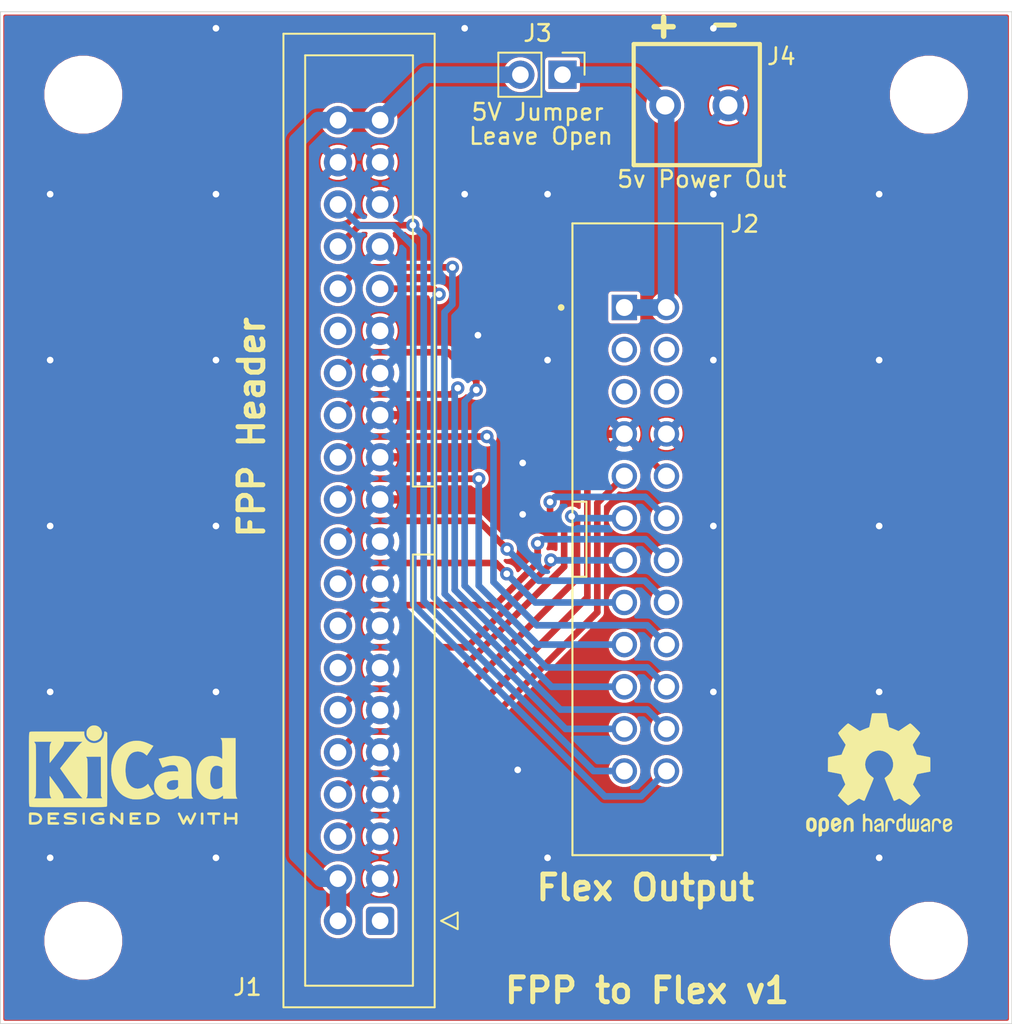
<source format=kicad_pcb>
(kicad_pcb (version 20171130) (host pcbnew "(5.1.10)-1")
  (title_block (title "FPP to Flex") (date 2021-06-03) (rev v1) (company "Scott Hanson"))
  (layers (0 F.Cu signal) (31 B.Cu signal) (34 B.Paste user) (35 F.Paste user) (36 B.SilkS user) (37 F.SilkS user) (38 B.Mask user) (39 F.Mask user) (44 Edge.Cuts user))
  (net 0 "")
  (net 1 +5V)
  (net 2 GND)
  (net 3 OUT16)
  (net 4 OUT15)
  (net 5 OUT14)
  (net 6 "Net-(J1-Pad30)")
  (net 7 OUT12)
  (net 8 OUT11)
  (net 9 OUT10)
  (net 10 OUT9)
  (net 11 OUT8)
  (net 12 OUT7)
  (net 13 OUT6)
  (net 14 OUT5)
  (net 15 OUT4)
  (net 16 OUT3)
  (net 17 OUT2)
  (net 18 OUT1)
  (net 19 OUT13)
  (net 20 "Net-(J1-Pad1)")
  (net 21 "Net-(J2-Pad6)")
  (net 22 "Net-(J2-Pad5)")
  (net 23 "Net-(J2-Pad4)")
  (net 24 "Net-(J2-Pad3)")
  (net 25 PWR_HINKS)
  (module Symbol:KiCad-Logo2_5mm_SilkScreen (layer F.Cu) (at 120 120)
    (fp_text reference REF** hide)
    (fp_text value KiCad-Logo2_5mm_SilkScreen hide)
  )
  (module Symbol:OSHW-Logo2_9.8x8mm_SilkScreen (layer F.Cu) (at 165 120)
    (fp_text reference REF** hide)
    (fp_text value OSHW-Logo2_9.8x8mm_SilkScreen hide)
  )
  (module 302-S241:OST_302-S241 (layer F.Cu) (at 150.9 105.8 270)
    (fp_text reference J2 (at -19 -6 180) (layer F.SilkS))
    (fp_text value "Flex Output" (at 21 0 180) (layer F.SilkS) (effects (font (size 1.5 1.5) (thickness 0.3))))
    (pad 24 thru_hole circle (at 13.97 -1.27 270) (size 1.53 1.53) (drill 1.02) (layers *.Cu *.Mask) (net 3 OUT16))
    (pad 23 thru_hole circle (at 13.97 1.27 270) (size 1.53 1.53) (drill 1.02) (layers *.Cu *.Mask) (net 4 OUT15))
    (pad 22 thru_hole circle (at 11.43 -1.27 270) (size 1.53 1.53) (drill 1.02) (layers *.Cu *.Mask) (net 5 OUT14))
    (pad 21 thru_hole circle (at 11.43 1.27 270) (size 1.53 1.53) (drill 1.02) (layers *.Cu *.Mask) (net 19 OUT13))
    (pad 20 thru_hole circle (at 8.89 -1.27 270) (size 1.53 1.53) (drill 1.02) (layers *.Cu *.Mask) (net 7 OUT12))
    (pad 19 thru_hole circle (at 8.89 1.27 270) (size 1.53 1.53) (drill 1.02) (layers *.Cu *.Mask) (net 8 OUT11))
    (pad 18 thru_hole circle (at 6.35 -1.27 270) (size 1.53 1.53) (drill 1.02) (layers *.Cu *.Mask) (net 9 OUT10))
    (pad 17 thru_hole circle (at 6.35 1.27 270) (size 1.53 1.53) (drill 1.02) (layers *.Cu *.Mask) (net 10 OUT9))
    (pad 16 thru_hole circle (at 3.81 -1.27 270) (size 1.53 1.53) (drill 1.02) (layers *.Cu *.Mask) (net 11 OUT8))
    (pad 15 thru_hole circle (at 3.81 1.27 270) (size 1.53 1.53) (drill 1.02) (layers *.Cu *.Mask) (net 12 OUT7))
    (pad 14 thru_hole circle (at 1.27 -1.27 270) (size 1.53 1.53) (drill 1.02) (layers *.Cu *.Mask) (net 13 OUT6))
    (pad 13 thru_hole circle (at 1.27 1.27 270) (size 1.53 1.53) (drill 1.02) (layers *.Cu *.Mask) (net 14 OUT5))
    (pad 12 thru_hole circle (at -1.27 -1.27 270) (size 1.53 1.53) (drill 1.02) (layers *.Cu *.Mask) (net 15 OUT4))
    (pad 11 thru_hole circle (at -1.27 1.27 270) (size 1.53 1.53) (drill 1.02) (layers *.Cu *.Mask) (net 16 OUT3))
    (pad 10 thru_hole circle (at -3.81 -1.27 270) (size 1.53 1.53) (drill 1.02) (layers *.Cu *.Mask) (net 17 OUT2))
    (pad 9 thru_hole circle (at -3.81 1.27 270) (size 1.53 1.53) (drill 1.02) (layers *.Cu *.Mask) (net 18 OUT1))
    (pad 8 thru_hole circle (at -6.35 -1.27 270) (size 1.53 1.53) (drill 1.02) (layers *.Cu *.Mask) (net 2 GND))
    (pad 7 thru_hole circle (at -6.35 1.27 270) (size 1.53 1.53) (drill 1.02) (layers *.Cu *.Mask) (net 2 GND))
    (pad 6 thru_hole circle (at -8.89 -1.27 270) (size 1.53 1.53) (drill 1.02) (layers *.Cu *.Mask) (net 21 "Net-(J2-Pad6)"))
    (pad 5 thru_hole circle (at -8.89 1.27 270) (size 1.53 1.53) (drill 1.02) (layers *.Cu *.Mask) (net 22 "Net-(J2-Pad5)"))
    (pad 4 thru_hole circle (at -11.43 -1.27 270) (size 1.53 1.53) (drill 1.02) (layers *.Cu *.Mask) (net 23 "Net-(J2-Pad4)"))
    (pad 3 thru_hole circle (at -11.43 1.27 270) (size 1.53 1.53) (drill 1.02) (layers *.Cu *.Mask) (net 24 "Net-(J2-Pad3)"))
    (pad 2 thru_hole circle (at -13.97 -1.27 270) (size 1.53 1.53) (drill 1.02) (layers *.Cu *.Mask) (net 25 PWR_HINKS))
    (pad 1 thru_hole rect (at -13.97 1.27 270) (size 1.53 1.53) (drill 1.02) (layers *.Cu *.Mask) (net 25 PWR_HINKS))
  )
  (module MountingHole:MountingHole_4.3mm_M4 (layer F.Cu) (at 168 130)
    (fp_text reference H4)
    (fp_text value MountingHole)
    (pad 1 np_thru_hole circle (at 0 0) (size 4.3 4.3) (drill 4.3) (layers *.Cu *.Mask))
  )
  (module MountingHole:MountingHole_4.3mm_M4 (layer F.Cu) (at 168 79)
    (fp_text reference H3)
    (fp_text value MountingHole)
    (pad 1 np_thru_hole circle (at 0 0) (size 4.3 4.3) (drill 4.3) (layers *.Cu *.Mask))
  )
  (module MountingHole:MountingHole_4.3mm_M4 (layer F.Cu) (at 117 130)
    (fp_text reference H2)
    (fp_text value MountingHole)
    (pad 1 np_thru_hole circle (at 0 0) (size 4.3 4.3) (drill 4.3) (layers *.Cu *.Mask))
  )
  (module MountingHole:MountingHole_4.3mm_M4 (layer F.Cu) (at 117 79)
    (fp_text reference H1)
    (fp_text value MountingHole)
    (pad 1 np_thru_hole circle (at 0 0) (size 4.3 4.3) (drill 4.3) (layers *.Cu *.Mask))
  )
  (module MKDS1_2-3.81:PHOENIX_MKDS1_2-3.81 (layer F.Cu) (at 154 79.6)
    (fp_text reference J4 (at 5.1 -2.9) (layer F.SilkS) (effects (font (size 1.00179 1.00179))))
    (fp_text value "5v Power Out" (at 0.3 4.5) (layer F.SilkS) (effects (font (size 1.00045 1.00045))))
    (pad 2 thru_hole circle (at 1.90444 0.050459) (size 1.904 1.904) (drill 1.1) (layers *.Cu *.Mask) (net 2 GND))
    (pad 1 thru_hole circle (at -1.90556 0.050459) (size 1.904 1.904) (drill 1.1) (layers *.Cu *.Mask) (net 25 PWR_HINKS))
  )
  (module Connector_PinHeader_2.54mm:PinHeader_1x02_P2.54mm_Vertical (layer F.Cu) (at 145.9 77.8 270)
    (fp_text reference J3 (at -2.5 1.5 180) (layer F.SilkS))
    (fp_text value "5V Jumper" (at 2.25 1.5 180) (layer F.SilkS))
    (pad 2 thru_hole oval (at 0 2.54 270) (size 1.7 1.7) (drill 1) (layers *.Cu *.Mask) (net 1 +5V))
    (pad 1 thru_hole rect (at 0 0 270) (size 1.7 1.7) (drill 1) (layers *.Cu *.Mask) (net 25 PWR_HINKS))
  )
  (module Connector_IDC:IDC-Header_2x20_P2.54mm_Vertical (layer F.Cu) (at 134.9 128.8 180)
    (fp_text reference J1 (at 8 -4) (layer F.SilkS))
    (fp_text value "FPP Header" (at 7.75 29.75 90) (layer F.SilkS) (effects (font (size 1.5 1.5) (thickness 0.3))))
    (pad 40 thru_hole circle (at 2.54 48.26 180) (size 1.7 1.7) (drill 1) (layers *.Cu *.Mask) (net 1 +5V))
    (pad 38 thru_hole circle (at 2.54 45.72 180) (size 1.7 1.7) (drill 1) (layers *.Cu *.Mask) (net 2 GND))
    (pad 36 thru_hole circle (at 2.54 43.18 180) (size 1.7 1.7) (drill 1) (layers *.Cu *.Mask) (net 3 OUT16))
    (pad 34 thru_hole circle (at 2.54 40.64 180) (size 1.7 1.7) (drill 1) (layers *.Cu *.Mask) (net 4 OUT15))
    (pad 32 thru_hole circle (at 2.54 38.1 180) (size 1.7 1.7) (drill 1) (layers *.Cu *.Mask) (net 5 OUT14))
    (pad 30 thru_hole circle (at 2.54 35.56 180) (size 1.7 1.7) (drill 1) (layers *.Cu *.Mask) (net 6 "Net-(J1-Pad30)"))
    (pad 28 thru_hole circle (at 2.54 33.02 180) (size 1.7 1.7) (drill 1) (layers *.Cu *.Mask) (net 7 OUT12))
    (pad 26 thru_hole circle (at 2.54 30.48 180) (size 1.7 1.7) (drill 1) (layers *.Cu *.Mask) (net 8 OUT11))
    (pad 24 thru_hole circle (at 2.54 27.94 180) (size 1.7 1.7) (drill 1) (layers *.Cu *.Mask) (net 9 OUT10))
    (pad 22 thru_hole circle (at 2.54 25.4 180) (size 1.7 1.7) (drill 1) (layers *.Cu *.Mask) (net 10 OUT9))
    (pad 20 thru_hole circle (at 2.54 22.86 180) (size 1.7 1.7) (drill 1) (layers *.Cu *.Mask) (net 11 OUT8))
    (pad 18 thru_hole circle (at 2.54 20.32 180) (size 1.7 1.7) (drill 1) (layers *.Cu *.Mask) (net 12 OUT7))
    (pad 16 thru_hole circle (at 2.54 17.78 180) (size 1.7 1.7) (drill 1) (layers *.Cu *.Mask) (net 13 OUT6))
    (pad 14 thru_hole circle (at 2.54 15.24 180) (size 1.7 1.7) (drill 1) (layers *.Cu *.Mask) (net 14 OUT5))
    (pad 12 thru_hole circle (at 2.54 12.7 180) (size 1.7 1.7) (drill 1) (layers *.Cu *.Mask) (net 15 OUT4))
    (pad 10 thru_hole circle (at 2.54 10.16 180) (size 1.7 1.7) (drill 1) (layers *.Cu *.Mask) (net 16 OUT3))
    (pad 8 thru_hole circle (at 2.54 7.62 180) (size 1.7 1.7) (drill 1) (layers *.Cu *.Mask) (net 17 OUT2))
    (pad 6 thru_hole circle (at 2.54 5.08 180) (size 1.7 1.7) (drill 1) (layers *.Cu *.Mask) (net 18 OUT1))
    (pad 4 thru_hole circle (at 2.54 2.54 180) (size 1.7 1.7) (drill 1) (layers *.Cu *.Mask) (net 1 +5V))
    (pad 2 thru_hole circle (at 2.54 0 180) (size 1.7 1.7) (drill 1) (layers *.Cu *.Mask) (net 1 +5V))
    (pad 39 thru_hole circle (at 0 48.26 180) (size 1.7 1.7) (drill 1) (layers *.Cu *.Mask) (net 1 +5V))
    (pad 37 thru_hole circle (at 0 45.72 180) (size 1.7 1.7) (drill 1) (layers *.Cu *.Mask) (net 2 GND))
    (pad 35 thru_hole circle (at 0 43.18 180) (size 1.7 1.7) (drill 1) (layers *.Cu *.Mask) (net 2 GND))
    (pad 33 thru_hole circle (at 0 40.64 180) (size 1.7 1.7) (drill 1) (layers *.Cu *.Mask) (net 2 GND))
    (pad 31 thru_hole circle (at 0 38.1 180) (size 1.7 1.7) (drill 1) (layers *.Cu *.Mask) (net 19 OUT13))
    (pad 29 thru_hole circle (at 0 35.56 180) (size 1.7 1.7) (drill 1) (layers *.Cu *.Mask) (net 2 GND))
    (pad 27 thru_hole circle (at 0 33.02 180) (size 1.7 1.7) (drill 1) (layers *.Cu *.Mask) (net 2 GND))
    (pad 25 thru_hole circle (at 0 30.48 180) (size 1.7 1.7) (drill 1) (layers *.Cu *.Mask) (net 2 GND))
    (pad 23 thru_hole circle (at 0 27.94 180) (size 1.7 1.7) (drill 1) (layers *.Cu *.Mask) (net 2 GND))
    (pad 21 thru_hole circle (at 0 25.4 180) (size 1.7 1.7) (drill 1) (layers *.Cu *.Mask) (net 2 GND))
    (pad 19 thru_hole circle (at 0 22.86 180) (size 1.7 1.7) (drill 1) (layers *.Cu *.Mask) (net 2 GND))
    (pad 17 thru_hole circle (at 0 20.32 180) (size 1.7 1.7) (drill 1) (layers *.Cu *.Mask) (net 2 GND))
    (pad 15 thru_hole circle (at 0 17.78 180) (size 1.7 1.7) (drill 1) (layers *.Cu *.Mask) (net 2 GND))
    (pad 13 thru_hole circle (at 0 15.24 180) (size 1.7 1.7) (drill 1) (layers *.Cu *.Mask) (net 2 GND))
    (pad 11 thru_hole circle (at 0 12.7 180) (size 1.7 1.7) (drill 1) (layers *.Cu *.Mask) (net 2 GND))
    (pad 9 thru_hole circle (at 0 10.16 180) (size 1.7 1.7) (drill 1) (layers *.Cu *.Mask) (net 2 GND))
    (pad 7 thru_hole circle (at 0 7.62 180) (size 1.7 1.7) (drill 1) (layers *.Cu *.Mask) (net 2 GND))
    (pad 5 thru_hole circle (at 0 5.08 180) (size 1.7 1.7) (drill 1) (layers *.Cu *.Mask) (net 2 GND))
    (pad 3 thru_hole circle (at 0 2.54 180) (size 1.7 1.7) (drill 1) (layers *.Cu *.Mask) (net 2 GND))
    (pad 1 thru_hole roundrect (at 0 0 180) (size 1.7 1.7) (drill 1) (layers *.Cu *.Mask) (roundrect_rratio 0.1470588235294118) (net 20 "Net-(J1-Pad1)"))
  )
  (gr_text "FPP to Flex v1" (at 151 133) (layer F.SilkS) (effects (font (size 1.5 1.5) (thickness 0.3))))
  (gr_text + (at 152 74.8) (layer F.SilkS) (effects (font (size 1.5 1.5) (thickness 0.33))))
  (gr_text - (at 155.7 74.7) (layer F.SilkS) (effects (font (size 1.5 1.5) (thickness 0.3))))
  (gr_text "Leave Open" (at 144.6 81.5) (layer F.SilkS) (effects (font (size 1 1))))
  (gr_line (start 112 135) (end 112 74) (layer Edge.Cuts) (width 0.05))
  (gr_line (start 173 135) (end 112 135) (layer Edge.Cuts) (width 0.05))
  (gr_line (start 173 74) (end 173 135) (layer Edge.Cuts) (width 0.05))
  (gr_line (start 112 74) (end 173 74) (layer Edge.Cuts) (width 0.05))
  (segment (start 132.36 126.26) (end 132.36 128.8) (width 1) (layer B.Cu) (net 1))
  (segment (start 134.9 80.54) (end 132.36 80.54) (width 1) (layer B.Cu) (net 1))
  (segment (start 129.9 81.8) (end 131.16 80.54) (width 1) (layer B.Cu) (net 1))
  (segment (start 129.9 124.8) (end 129.9 81.8) (width 1) (layer B.Cu) (net 1))
  (segment (start 131.36 126.26) (end 129.9 124.8) (width 1) (layer B.Cu) (net 1))
  (segment (start 131.16 80.54) (end 132.36 80.54) (width 1) (layer B.Cu) (net 1))
  (segment (start 132.36 126.26) (end 131.36 126.26) (width 1) (layer B.Cu) (net 1))
  (segment (start 137.64 77.8) (end 134.9 80.54) (width 1) (layer B.Cu) (net 1))
  (segment (start 143.36 77.8) (end 137.64 77.8) (width 1) (layer B.Cu) (net 1))
  (segment (start 134.9 103.4) (end 142 103.4) (width 0.5) (layer F.Cu) (net 2))
  (segment (start 145.95 99.45) (end 149.63 99.45) (width 0.5) (layer F.Cu) (net 2))
  (segment (start 142 103.4) (end 145.95 99.45) (width 0.5) (layer F.Cu) (net 2))
  (via (at 143.2 119.7) (size 0.8) (drill 0.4) (layers F.Cu B.Cu) (net 2))
  (via (at 143.5 104.3) (size 0.8) (drill 0.4) (layers F.Cu B.Cu) (net 2))
  (via (at 143.5 101.2) (size 0.8) (drill 0.4) (layers F.Cu B.Cu) (net 2))
  (via (at 140.8 93.5) (size 0.8) (drill 0.4) (layers F.Cu B.Cu) (net 2))
  (via (at 165 125) (size 0.8) (drill 0.4) (layers F.Cu B.Cu) (net 2))
  (via (at 155 125) (size 0.8) (drill 0.4) (layers F.Cu B.Cu) (net 2))
  (via (at 145 125) (size 0.8) (drill 0.4) (layers F.Cu B.Cu) (net 2))
  (via (at 125 125) (size 0.8) (drill 0.4) (layers F.Cu B.Cu) (net 2))
  (via (at 125 115) (size 0.8) (drill 0.4) (layers F.Cu B.Cu) (net 2))
  (via (at 125 105) (size 0.8) (drill 0.4) (layers F.Cu B.Cu) (net 2))
  (via (at 125 95) (size 0.8) (drill 0.4) (layers F.Cu B.Cu) (net 2))
  (via (at 125 85) (size 0.8) (drill 0.4) (layers F.Cu B.Cu) (net 2))
  (via (at 165 115) (size 0.8) (drill 0.4) (layers F.Cu B.Cu) (net 2))
  (via (at 165 105) (size 0.8) (drill 0.4) (layers F.Cu B.Cu) (net 2))
  (via (at 165 95) (size 0.8) (drill 0.4) (layers F.Cu B.Cu) (net 2))
  (via (at 165 85) (size 0.8) (drill 0.4) (layers F.Cu B.Cu) (net 2))
  (via (at 155 85) (size 0.8) (drill 0.4) (layers F.Cu B.Cu) (net 2))
  (via (at 145 85) (size 0.8) (drill 0.4) (layers F.Cu B.Cu) (net 2))
  (via (at 155 115) (size 0.8) (drill 0.4) (layers F.Cu B.Cu) (net 2))
  (via (at 155 105) (size 0.8) (drill 0.4) (layers F.Cu B.Cu) (net 2))
  (via (at 155 95) (size 0.8) (drill 0.4) (layers F.Cu B.Cu) (net 2))
  (via (at 145 95) (size 0.8) (drill 0.4) (layers F.Cu B.Cu) (net 2))
  (via (at 115 85) (size 0.8) (drill 0.4) (layers F.Cu B.Cu) (net 2))
  (via (at 115 95) (size 0.8) (drill 0.4) (layers F.Cu B.Cu) (net 2))
  (via (at 115 105) (size 0.8) (drill 0.4) (layers F.Cu B.Cu) (net 2))
  (via (at 115 115) (size 0.8) (drill 0.4) (layers F.Cu B.Cu) (net 2))
  (via (at 115 125) (size 0.8) (drill 0.4) (layers F.Cu B.Cu) (net 2))
  (via (at 155 75) (size 0.8) (drill 0.4) (layers F.Cu B.Cu) (net 2))
  (via (at 125 75) (size 0.8) (drill 0.4) (layers F.Cu B.Cu) (net 2))
  (via (at 140 75) (size 0.8) (drill 0.4) (layers F.Cu B.Cu) (net 2))
  (via (at 140 85) (size 0.8) (drill 0.4) (layers F.Cu B.Cu) (net 2))
  (segment (start 144.54 100.86) (end 145.95 99.45) (width 0.5) (layer F.Cu) (net 2))
  (segment (start 134.9 100.86) (end 144.54 100.86) (width 0.5) (layer F.Cu) (net 2))
  (segment (start 146.45 99.45) (end 149.63 99.45) (width 0.5) (layer F.Cu) (net 2))
  (segment (start 145.32 98.32) (end 146.45 99.45) (width 0.5) (layer F.Cu) (net 2))
  (segment (start 134.9 98.32) (end 145.32 98.32) (width 0.5) (layer F.Cu) (net 2))
  (segment (start 150.64 121.3) (end 152.17 119.77) (width 0.4) (layer B.Cu) (net 3))
  (segment (start 148.458742 121.3) (end 150.64 121.3) (width 0.4) (layer B.Cu) (net 3))
  (segment (start 136.89999 109.741248) (end 148.458742 121.3) (width 0.4) (layer B.Cu) (net 3))
  (segment (start 136.89999 88.123998) (end 136.89999 109.741248) (width 0.4) (layer B.Cu) (net 3))
  (segment (start 135.685991 86.909999) (end 136.89999 88.123998) (width 0.4) (layer B.Cu) (net 3))
  (segment (start 133.649999 86.909999) (end 135.685991 86.909999) (width 0.4) (layer B.Cu) (net 3))
  (segment (start 132.36 85.62) (end 133.649999 86.909999) (width 0.4) (layer B.Cu) (net 3))
  (via (at 136.870004 86.870004) (size 0.8) (drill 0.4) (layers F.Cu B.Cu) (net 4))
  (segment (start 133.649996 86.870004) (end 136.870004 86.870004) (width 0.4) (layer F.Cu) (net 4))
  (segment (start 132.36 88.16) (end 133.649996 86.870004) (width 0.4) (layer F.Cu) (net 4))
  (segment (start 149.63 119.77) (end 147.777285 119.77) (width 0.4) (layer B.Cu) (net 4))
  (segment (start 137.529996 109.522711) (end 137.529996 87.529996) (width 0.4) (layer B.Cu) (net 4))
  (segment (start 147.777285 119.77) (end 137.529996 109.522711) (width 0.4) (layer B.Cu) (net 4))
  (segment (start 137.529996 87.529996) (end 136.870004 86.870004) (width 0.4) (layer B.Cu) (net 4))
  (segment (start 132.36 90.7) (end 133.649995 89.410005) (width 0.4) (layer F.Cu) (net 5))
  (segment (start 133.649995 89.410005) (end 139.260005 89.410005) (width 0.4) (layer F.Cu) (net 5))
  (via (at 139.260005 89.410005) (size 0.8) (drill 0.4) (layers F.Cu B.Cu) (net 5))
  (segment (start 138.799989 109.094161) (end 138.799989 97.083991) (width 0.4) (layer B.Cu) (net 5))
  (segment (start 139.260005 91.639995) (end 139.260005 89.410005) (width 0.4) (layer B.Cu) (net 5))
  (segment (start 138.799989 97.083991) (end 138.784305 97.068307) (width 0.4) (layer B.Cu) (net 5))
  (segment (start 151.004999 116.064999) (end 145.770827 116.064999) (width 0.4) (layer B.Cu) (net 5))
  (segment (start 138.784305 92.115695) (end 139.260005 91.639995) (width 0.4) (layer B.Cu) (net 5))
  (segment (start 138.784305 97.068307) (end 138.784305 92.115695) (width 0.4) (layer B.Cu) (net 5))
  (segment (start 145.770827 116.064999) (end 138.799989 109.094161) (width 0.4) (layer B.Cu) (net 5))
  (segment (start 152.17 117.23) (end 151.004999 116.064999) (width 0.4) (layer B.Cu) (net 5))
  (segment (start 140.699998 96.234313) (end 140.699998 96.799998) (width 0.4) (layer F.Cu) (net 7))
  (segment (start 140.000011 108.597097) (end 140.000011 97.499985) (width 0.4) (layer B.Cu) (net 7))
  (via (at 140.699998 96.799998) (size 0.8) (drill 0.4) (layers F.Cu B.Cu) (net 7))
  (segment (start 151.004999 113.524999) (end 144.927913 113.524999) (width 0.4) (layer B.Cu) (net 7))
  (segment (start 140.000011 97.499985) (end 140.699998 96.799998) (width 0.4) (layer B.Cu) (net 7))
  (segment (start 138.995684 94.529999) (end 140.699998 96.234313) (width 0.4) (layer F.Cu) (net 7))
  (segment (start 152.17 114.69) (end 151.004999 113.524999) (width 0.4) (layer B.Cu) (net 7))
  (segment (start 132.36 95.78) (end 133.610001 94.529999) (width 0.4) (layer F.Cu) (net 7))
  (segment (start 133.610001 94.529999) (end 138.995684 94.529999) (width 0.4) (layer F.Cu) (net 7))
  (segment (start 144.927913 113.524999) (end 140.000011 108.597097) (width 0.4) (layer B.Cu) (net 7))
  (segment (start 139.4 96.868612) (end 139.584306 96.684306) (width 0.4) (layer B.Cu) (net 8))
  (segment (start 149.63 114.69) (end 145.244371 114.69) (width 0.4) (layer B.Cu) (net 8))
  (segment (start 133.610001 97.069999) (end 139.198613 97.069999) (width 0.4) (layer F.Cu) (net 8))
  (via (at 139.584306 96.684306) (size 0.8) (drill 0.4) (layers F.Cu B.Cu) (net 8))
  (segment (start 139.4 108.845629) (end 139.4 96.868612) (width 0.4) (layer B.Cu) (net 8))
  (segment (start 145.244371 114.69) (end 139.4 108.845629) (width 0.4) (layer B.Cu) (net 8))
  (segment (start 139.198613 97.069999) (end 139.584306 96.684306) (width 0.4) (layer F.Cu) (net 8))
  (segment (start 132.36 98.32) (end 133.610001 97.069999) (width 0.4) (layer F.Cu) (net 8))
  (segment (start 133.610001 99.609999) (end 141.340001 99.609999) (width 0.4) (layer F.Cu) (net 9))
  (segment (start 132.36 100.86) (end 133.610001 99.609999) (width 0.4) (layer F.Cu) (net 9))
  (via (at 141.340001 99.609999) (size 0.8) (drill 0.4) (layers F.Cu B.Cu) (net 9))
  (segment (start 141.74 100.009998) (end 141.340001 99.609999) (width 0.4) (layer B.Cu) (net 9))
  (segment (start 141.74 108.374014) (end 141.74 100.009998) (width 0.4) (layer B.Cu) (net 9))
  (segment (start 151.004999 110.984999) (end 144.350985 110.984999) (width 0.4) (layer B.Cu) (net 9))
  (segment (start 152.17 112.15) (end 151.004999 110.984999) (width 0.4) (layer B.Cu) (net 9))
  (segment (start 144.350985 110.984999) (end 141.74 108.374014) (width 0.4) (layer B.Cu) (net 9))
  (via (at 140.84999 102.149999) (size 0.8) (drill 0.4) (layers F.Cu B.Cu) (net 10))
  (segment (start 140.84999 102.715684) (end 140.84999 102.149999) (width 0.4) (layer B.Cu) (net 10))
  (segment (start 132.36 103.4) (end 133.610001 102.149999) (width 0.4) (layer F.Cu) (net 10))
  (segment (start 133.610001 102.149999) (end 140.84999 102.149999) (width 0.4) (layer F.Cu) (net 10))
  (segment (start 149.63 112.15) (end 144.401457 112.15) (width 0.4) (layer B.Cu) (net 10))
  (segment (start 140.84999 108.598533) (end 140.84999 102.715684) (width 0.4) (layer B.Cu) (net 10))
  (segment (start 144.401457 112.15) (end 140.84999 108.598533) (width 0.4) (layer B.Cu) (net 10))
  (segment (start 133.610001 104.689999) (end 140.855693 104.689999) (width 0.4) (layer F.Cu) (net 11))
  (via (at 142.557847 106.392153) (size 0.8) (drill 0.4) (layers F.Cu B.Cu) (net 11))
  (segment (start 152.17 109.61) (end 150.86 108.3) (width 0.4) (layer B.Cu) (net 11))
  (segment (start 150.86 108.3) (end 144.465694 108.3) (width 0.4) (layer B.Cu) (net 11))
  (segment (start 144.465694 108.3) (end 142.557847 106.392153) (width 0.4) (layer B.Cu) (net 11))
  (segment (start 132.36 105.94) (end 133.610001 104.689999) (width 0.4) (layer F.Cu) (net 11))
  (segment (start 140.855693 104.689999) (end 142.557847 106.392153) (width 0.4) (layer F.Cu) (net 11))
  (via (at 142.54001 107.884312) (size 0.8) (drill 0.4) (layers F.Cu B.Cu) (net 12))
  (segment (start 141.885697 107.229999) (end 142.54001 107.884312) (width 0.4) (layer F.Cu) (net 12))
  (segment (start 132.36 108.48) (end 133.610001 107.229999) (width 0.4) (layer F.Cu) (net 12))
  (segment (start 133.610001 107.229999) (end 141.885697 107.229999) (width 0.4) (layer F.Cu) (net 12))
  (segment (start 144.265698 109.61) (end 142.54001 107.884312) (width 0.4) (layer B.Cu) (net 12))
  (segment (start 149.63 109.61) (end 144.265698 109.61) (width 0.4) (layer B.Cu) (net 12))
  (segment (start 144.65 105.8) (end 144.4 106.05) (width 0.4) (layer B.Cu) (net 13))
  (via (at 144.4 106.05) (size 0.8) (drill 0.4) (layers F.Cu B.Cu) (net 13))
  (segment (start 150.9 105.8) (end 144.65 105.8) (width 0.4) (layer B.Cu) (net 13))
  (segment (start 152.17 107.07) (end 150.9 105.8) (width 0.4) (layer B.Cu) (net 13))
  (segment (start 141.838327 109.769999) (end 144.4 107.208326) (width 0.4) (layer F.Cu) (net 13))
  (segment (start 144.4 107.208326) (end 144.4 106.05) (width 0.4) (layer F.Cu) (net 13))
  (segment (start 133.610001 109.769999) (end 141.838327 109.769999) (width 0.4) (layer F.Cu) (net 13))
  (segment (start 132.36 111.02) (end 133.610001 109.769999) (width 0.4) (layer F.Cu) (net 13))
  (segment (start 145.22001 107.07) (end 145.20001 107.05) (width 0.4) (layer B.Cu) (net 14))
  (segment (start 149.63 107.07) (end 145.22001 107.07) (width 0.4) (layer B.Cu) (net 14))
  (via (at 145.20001 107.05) (size 0.8) (drill 0.4) (layers F.Cu B.Cu) (net 14))
  (segment (start 145.20001 107.256859) (end 145.20001 107.05) (width 0.4) (layer F.Cu) (net 14))
  (segment (start 133.610001 112.309999) (end 140.14687 112.309999) (width 0.4) (layer F.Cu) (net 14))
  (segment (start 140.14687 112.309999) (end 145.20001 107.256859) (width 0.4) (layer F.Cu) (net 14))
  (segment (start 132.36 113.56) (end 133.610001 112.309999) (width 0.4) (layer F.Cu) (net 14))
  (segment (start 150.889998 103.249998) (end 145.450002 103.249998) (width 0.4) (layer B.Cu) (net 15))
  (segment (start 152.17 104.53) (end 150.889998 103.249998) (width 0.4) (layer B.Cu) (net 15))
  (segment (start 145.450002 103.249998) (end 145.15 103.55) (width 0.4) (layer B.Cu) (net 15))
  (via (at 145.15 103.55) (size 0.8) (drill 0.4) (layers F.Cu B.Cu) (net 15))
  (segment (start 145.15 104.25) (end 145.15 103.55) (width 0.4) (layer F.Cu) (net 15))
  (segment (start 146.000012 107.449988) (end 146.000012 105.100012) (width 0.4) (layer F.Cu) (net 15))
  (segment (start 132.36 116.1) (end 133.649999 114.810001) (width 0.4) (layer F.Cu) (net 15))
  (segment (start 133.649999 114.810001) (end 138.639999 114.810001) (width 0.4) (layer F.Cu) (net 15))
  (segment (start 138.639999 114.810001) (end 146.000012 107.449988) (width 0.4) (layer F.Cu) (net 15))
  (segment (start 146.000012 105.100012) (end 145.15 104.25) (width 0.4) (layer F.Cu) (net 15))
  (segment (start 146.561386 104.53) (end 146.45241 104.421024) (width 0.4) (layer B.Cu) (net 16))
  (segment (start 149.63 104.53) (end 146.561386 104.53) (width 0.4) (layer B.Cu) (net 16))
  (segment (start 146.775007 104.743621) (end 146.45241 104.421024) (width 0.4) (layer F.Cu) (net 16))
  (segment (start 133.610001 117.389999) (end 137.560001 117.389999) (width 0.4) (layer F.Cu) (net 16))
  (segment (start 137.560001 117.389999) (end 146.775007 108.174993) (width 0.4) (layer F.Cu) (net 16))
  (segment (start 132.36 118.64) (end 133.610001 117.389999) (width 0.4) (layer F.Cu) (net 16))
  (via (at 146.45241 104.421024) (size 0.8) (drill 0.4) (layers F.Cu B.Cu) (net 16))
  (segment (start 146.775007 108.174993) (end 146.775007 104.743621) (width 0.4) (layer F.Cu) (net 16))
  (segment (start 150.98 100.8) (end 152.17 101.99) (width 0.4) (layer F.Cu) (net 17))
  (segment (start 148.65 100.8) (end 150.98 100.8) (width 0.4) (layer F.Cu) (net 17))
  (segment (start 147.4 102.05) (end 148.65 100.8) (width 0.4) (layer F.Cu) (net 17))
  (segment (start 147.4 109.3) (end 147.4 102.05) (width 0.4) (layer F.Cu) (net 17))
  (segment (start 136.770001 119.929999) (end 147.4 109.3) (width 0.4) (layer F.Cu) (net 17))
  (segment (start 133.610001 119.929999) (end 136.770001 119.929999) (width 0.4) (layer F.Cu) (net 17))
  (segment (start 132.36 121.18) (end 133.610001 119.929999) (width 0.4) (layer F.Cu) (net 17))
  (segment (start 132.36 123.72) (end 133.649999 122.430001) (width 0.4) (layer F.Cu) (net 18))
  (segment (start 133.649999 122.430001) (end 135.769999 122.430001) (width 0.4) (layer F.Cu) (net 18))
  (segment (start 135.769999 122.430001) (end 148.000011 110.199989) (width 0.4) (layer F.Cu) (net 18))
  (segment (start 148.000011 110.199989) (end 148.000011 103.619989) (width 0.4) (layer F.Cu) (net 18))
  (segment (start 148.000011 103.619989) (end 149.63 101.99) (width 0.4) (layer F.Cu) (net 18))
  (segment (start 149.63 117.23) (end 146.085828 117.23) (width 0.4) (layer B.Cu) (net 19))
  (segment (start 138.125679 90.7) (end 138.45999 91.034311) (width 0.4) (layer F.Cu) (net 19))
  (segment (start 138.144254 109.288426) (end 138.144254 91.350047) (width 0.4) (layer B.Cu) (net 19))
  (segment (start 138.144254 91.350047) (end 138.45999 91.034311) (width 0.4) (layer B.Cu) (net 19))
  (via (at 138.45999 91.034311) (size 0.8) (drill 0.4) (layers F.Cu B.Cu) (net 19))
  (segment (start 146.085828 117.23) (end 138.144254 109.288426) (width 0.4) (layer B.Cu) (net 19))
  (segment (start 134.9 90.7) (end 138.125679 90.7) (width 0.4) (layer F.Cu) (net 19))
  (segment (start 152.17 91.83) (end 149.63 91.83) (width 1) (layer B.Cu) (net 25))
  (segment (start 152.15 91.81) (end 152.17 91.83) (width 1) (layer B.Cu) (net 25))
  (segment (start 152.15 79.706019) (end 152.15 91.81) (width 1) (layer B.Cu) (net 25))
  (segment (start 150.243981 77.8) (end 152.15 79.706019) (width 1) (layer B.Cu) (net 25))
  (segment (start 145.9 77.8) (end 150.243981 77.8) (width 1) (layer B.Cu) (net 25))
  (zone (net 2) (net_name GND) (layer B.Cu) (connect_pads (clearance 0.208)) (min_thickness 0.254) (fill yes (arc_segments 32) (thermal_gap 0.308) (thermal_bridge_width 0.508))
    (polygon (pts (xy 173 135) (xy 112 135) (xy 112 74) (xy 173 74)))
  )
  (zone (net 2) (net_name GND) (layer F.Cu) (connect_pads (clearance 0.15)) (min_thickness 0.2) (fill yes (arc_segments 32) (thermal_gap 0.208) (thermal_bridge_width 0.508))
    (polygon (pts (xy 173 135) (xy 112 135) (xy 112 74) (xy 173 74)))
  )
)
</source>
